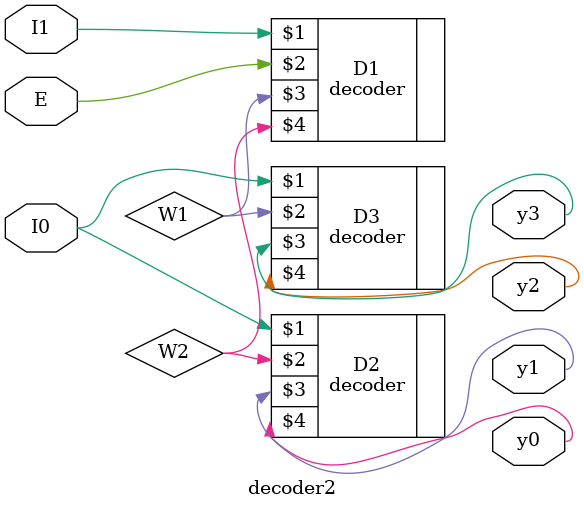
<source format=v>
module decoder2(I1,I0,E,y3,y2,y1,y0);
	input I1,I0,E;
	output y3,y2,y1,y0;
	wire W1,W2;
	
	decoder D1(I1,E,W1,W2);
	decoder D2(I0,W2,y1,y0);
	decoder D3(I0,W1,y3,y2);
endmodule

</source>
